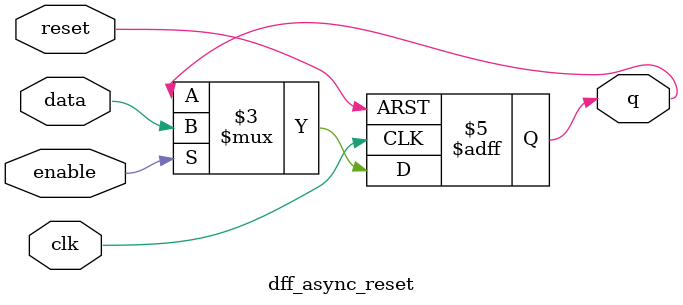
<source format=v>
module dff_async_reset(q, data, clk, reset, enable); //single bit D-Flip-Flop with asynchronous reset & enable
input data, clk, reset, enable;
output reg q;

always @(posedge clk or negedge reset)
if (~reset) begin
	q <= 1'b0;
	end
else if (enable) begin
	q <= data;
	end
endmodule

</source>
